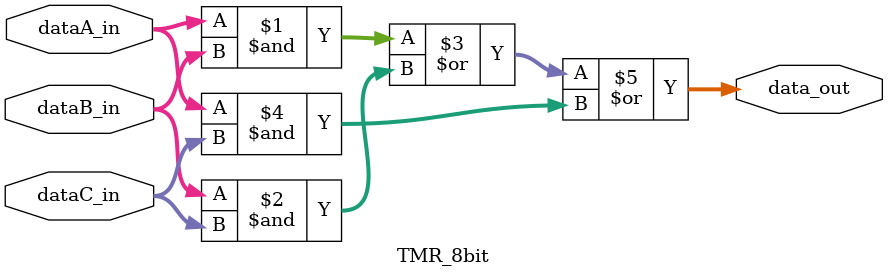
<source format=v>
`timescale 1ns/100ps
`include "NFC.v"

// module NFC_TMR(clk, rst, done, F_IO_A, F_CLE_A, F_ALE_A, F_REN_A, F_WEN_A, F_RB_A, F_IO_B, F_CLE_B, F_ALE_B, F_REN_B, F_WEN_B, F_RB_B, KEY, A_ERROR_CTRL, B_ERROR_CTRL, C_ERROR_CTRL, TMR_ERROR);
module NFC_TMR(clk, rst, done, F_IO_A_IN, F_IO_A_OUT, F_CLE_A, F_ALE_A, F_REN_A, F_WEN_A, F_RB_A, F_IO_B_IN, F_IO_B_OUT, F_CLE_B, F_ALE_B, F_REN_B, F_WEN_B, F_RB_B, KEY);

    /*===============NFC_TMR IO===============*/
    // input A_ERROR_CTRL,B_ERROR_CTRL,C_ERROR_CTRL;
    // output TMR_ERROR;


    /*===============original_NFC IO===============*/
    input clk;
    input rst;
    output done;

    //inout [7:0] F_IO_A;
    input [7:0] F_IO_A_IN;
    output [7:0] F_IO_A_OUT;
    output F_CLE_A;
    output F_ALE_A;
    output F_REN_A;
    output F_WEN_A;
    input F_RB_A;

    //inout [7:0] F_IO_B;
    input [7:0] F_IO_B_IN;
    output [7:0] F_IO_B_OUT;
    output F_CLE_B;
    output F_ALE_B;
    output F_REN_B;
    output F_WEN_B;
    input F_RB_B;

    wire F_IO_A_READING;
    wire F_IO_B_READING;

    input [3:0] KEY;

    /*===============original_NFC_copy_A IO===============*/
    wire OA_done;

    wire [7:0] OA_F_IO_A_IN;
    wire [7:0] OA_F_IO_A_OUT;
    wire OA_F_CLE_A;
    wire OA_F_ALE_A;
    wire OA_F_REN_A;
    wire OA_F_WEN_A;

    wire [7:0] OA_F_IO_B_IN;
    wire [7:0] OA_F_IO_B_OUT;
    wire OA_F_CLE_B;
    wire OA_F_ALE_B;
    wire OA_F_REN_B;
    wire OA_F_WEN_B;

    wire OA_F_IO_A_READING;
    wire OA_F_IO_B_READING;

    /*===============original_NFC_copy_B IO===============*/
    wire OB_done;

    wire [7:0] OB_F_IO_A_IN;
    wire [7:0] OB_F_IO_A_OUT;
    wire OB_F_CLE_A;
    wire OB_F_ALE_A;
    wire OB_F_REN_A;
    wire OB_F_WEN_A;

    wire [7:0] OB_F_IO_B_IN;
    wire [7:0] OB_F_IO_B_OUT;
    wire OB_F_CLE_B;
    wire OB_F_ALE_B;
    wire OB_F_REN_B;
    wire OB_F_WEN_B;

    wire OB_F_IO_A_READING;
    wire OB_F_IO_B_READING;

    /*===============original_NFC_copy_C IO===============*/
    wire OC_done;

    wire [7:0] OC_F_IO_A_IN;
    wire [7:0] OC_F_IO_A_OUT;
    wire OC_F_CLE_A;
    wire OC_F_ALE_A;
    wire OC_F_REN_A;
    wire OC_F_WEN_A;

    wire [7:0] OC_F_IO_B_IN;
    wire [7:0] OC_F_IO_B_OUT;
    wire OC_F_CLE_B;
    wire OC_F_ALE_B;
    wire OC_F_REN_B;
    wire OC_F_WEN_B;

    wire OC_F_IO_A_READING;
    wire OC_F_IO_B_READING;

    /*===============Inout data flow===============*/
    assign OA_F_IO_A_IN=F_IO_A_IN;
    assign OA_F_IO_B_IN=F_IO_B_IN;

    assign OB_F_IO_A_IN=F_IO_A_IN;
    assign OB_F_IO_B_IN=F_IO_B_IN;

    assign OC_F_IO_A_IN=F_IO_A_IN;
    assign OC_F_IO_B_IN=F_IO_B_IN;

    assign F_IO_A_IN=F_IO_A;
    assign F_IO_B_IN=F_IO_B;
    assign F_IO_A=(F_IO_A_READING)? 8'hzz:F_IO_A_OUT;
    assign F_IO_B=(F_IO_B_READING)? 8'hzz:F_IO_B_OUT;


    /*===============NFC_TMR IO connection===============*/
    NFC OriNFC_A(clk, rst, OA_done, OA_F_IO_A_IN, OA_F_IO_A_OUT, OA_F_CLE_A, OA_F_ALE_A, OA_F_REN_A, OA_F_WEN_A, F_RB_A, OA_F_IO_B_IN, OA_F_IO_B_OUT, OA_F_CLE_B, OA_F_ALE_B, OA_F_REN_B, OA_F_WEN_B, F_RB_B, OA_F_IO_A_READING, OA_F_IO_B_READING ,KEY);
    NFC OriNFC_B(clk, rst, OB_done, OB_F_IO_A_IN, OB_F_IO_A_OUT, OB_F_CLE_A, OB_F_ALE_A, OB_F_REN_A, OB_F_WEN_A, F_RB_A, OB_F_IO_B_IN, OB_F_IO_B_OUT, OB_F_CLE_B, OB_F_ALE_B, OB_F_REN_B, OB_F_WEN_B, F_RB_B, OB_F_IO_A_READING, OB_F_IO_B_READING ,KEY);
    NFC OriNFC_C(clk, rst, OC_done, OC_F_IO_A_IN, OC_F_IO_A_OUT, OC_F_CLE_A, OC_F_ALE_A, OC_F_REN_A, OC_F_WEN_A, F_RB_A, OC_F_IO_B_IN, OC_F_IO_B_OUT, OC_F_CLE_B, OC_F_ALE_B, OC_F_REN_B, OC_F_WEN_B, F_RB_B, OC_F_IO_A_READING, OC_F_IO_B_READING ,KEY);

    // TMR_Simplex_1bit TMR_done(_done,TMR_ERROR_0,OA_done,OB_done,OC_done,A_ERROR_CTRL,B_ERROR_CTRL,C_ERROR_CTRL,clk,rst);
    // TMR_Simplex_8bit TMR_F_IO_A_OUT(F_IO_A_OUT,TMR_ERROR_1,OA_F_IO_A_OUT,OB_F_IO_A_OUT,OC_F_IO_A_OUT,A_ERROR_CTRL,B_ERROR_CTRL,C_ERROR_CTRL,clk,rst);
    // TMR_Simplex_1bit TMR_F_CLE_A(F_CLE_A,TMR_ERROR_2,OA_F_CLE_A,OB_F_CLE_A,OC_F_CLE_A,A_ERROR_CTRL,B_ERROR_CTRL,C_ERROR_CTRL,clk,rst);
    // TMR_Simplex_1bit TMR_F_ALE_A(F_ALE_A,TMR_ERROR_3,OA_F_ALE_A,OB_F_ALE_A,OC_F_ALE_A,A_ERROR_CTRL,B_ERROR_CTRL,C_ERROR_CTRL,clk,rst);
    // TMR_Simplex_1bit TMR_F_REN_A(F_REN_A,TMR_ERROR_4,OA_F_REN_A,OB_F_REN_A,OC_F_REN_A,A_ERROR_CTRL,B_ERROR_CTRL,C_ERROR_CTRL,clk,rst);
    // TMR_Simplex_1bit TMR_F_WEN_A(F_WEN_A,TMR_ERROR_5,OA_F_WEN_A,OB_F_WEN_A,OC_F_WEN_A,A_ERROR_CTRL,B_ERROR_CTRL,C_ERROR_CTRL,clk,rst);
    // TMR_Simplex_8bit TMR_F_IO_B_OUT(F_IO_B_OUT,TMR_ERROR_6,OA_F_IO_B_OUT,OB_F_IO_B_OUT,OC_F_IO_B_OUT,A_ERROR_CTRL,B_ERROR_CTRL,C_ERROR_CTRL,F_WEN_B,rst);
    // TMR_Simplex_1bit TMR_F_CLE_B(F_CLE_B,TMR_ERROR_7,OA_F_CLE_B,OB_F_CLE_B,OC_F_CLE_B,A_ERROR_CTRL,B_ERROR_CTRL,C_ERROR_CTRL,clk,rst);
    // TMR_Simplex_1bit TMR_F_ALE_B(F_ALE_B,TMR_ERROR_8,OA_F_ALE_B,OB_F_ALE_B,OC_F_ALE_B,A_ERROR_CTRL,B_ERROR_CTRL,C_ERROR_CTRL,clk,rst);
    // TMR_Simplex_1bit TMR_F_REN_B(F_REN_B,TMR_ERROR_9,OA_F_REN_B,OB_F_REN_B,OC_F_REN_B,A_ERROR_CTRL,B_ERROR_CTRL,C_ERROR_CTRL,clk,rst);
    // TMR_Simplex_1bit TMR_F_WEN_B(F_WEN_B,TMR_ERROR_10,OA_F_WEN_B,OB_F_WEN_B,OC_F_WEN_B,A_ERROR_CTRL,B_ERROR_CTRL,C_ERROR_CTRL,clk,rst);
    // TMR_Simplex_1bit TMR_F_IO_A_READING(F_IO_A_READING,TMR_ERROR_11,OA_F_IO_A_READING,OB_F_IO_A_READING,OC_F_IO_A_READING,A_ERROR_CTRL,B_ERROR_CTRL,C_ERROR_CTRL,clk,rst);
    // TMR_Simplex_1bit TMR_F_IO_B_READING(F_IO_B_READING,TMR_ERROR_12,OA_F_IO_B_READING,OB_F_IO_B_READING,OC_F_IO_B_READING,A_ERROR_CTRL,B_ERROR_CTRL,C_ERROR_CTRL,clk,rst);

    TMR_1bit TMR_done(done,OA_done,OB_done,OC_done);
    TMR_8bit TMR_F_IO_A_OUT(F_IO_A_OUT,OA_F_IO_A_OUT,OB_F_IO_A_OUT,OC_F_IO_A_OUT);
    TMR_1bit TMR_F_CLE_A(F_CLE_A,OA_F_CLE_A,OB_F_CLE_A,OC_F_CLE_A);
    TMR_1bit TMR_F_ALE_A(F_ALE_A,OA_F_ALE_A,OB_F_ALE_A,OC_F_ALE_A);
    TMR_1bit TMR_F_REN_A(F_REN_A,OA_F_REN_A,OB_F_REN_A,OC_F_REN_A);
    TMR_1bit TMR_F_WEN_A(F_WEN_A,OA_F_WEN_A,OB_F_WEN_A,OC_F_WEN_A);
    TMR_8bit TMR_F_IO_B_OUT(F_IO_B_OUT,OA_F_IO_B_OUT,OB_F_IO_B_OUT,OC_F_IO_B_OUT);
    TMR_1bit TMR_F_CLE_B(F_CLE_B,OA_F_CLE_B,OB_F_CLE_B,OC_F_CLE_B);
    TMR_1bit TMR_F_ALE_B(F_ALE_B,OA_F_ALE_B,OB_F_ALE_B,OC_F_ALE_B);
    TMR_1bit TMR_F_REN_B(F_REN_B,OA_F_REN_B,OB_F_REN_B,OC_F_REN_B);
    TMR_1bit TMR_F_WEN_B(F_WEN_B,OA_F_WEN_B,OB_F_WEN_B,OC_F_WEN_B);
    TMR_1bit TMR_F_IO_A_READING(F_IO_A_READING,OA_F_IO_A_READING,OB_F_IO_A_READING,OC_F_IO_A_READING);
    TMR_1bit TMR_F_IO_B_READING(F_IO_B_READING,OA_F_IO_B_READING,OB_F_IO_B_READING,OC_F_IO_B_READING);
endmodule

module TMR_1bit(data_out,dataA_in,dataB_in,dataC_in);
    input dataA_in,dataB_in,dataC_in;
    output data_out;

    assign data_out=(dataA_in&dataB_in)|(dataB_in&dataC_in)|(dataA_in&dataC_in);
endmodule

module TMR_8bit(data_out,dataA_in,dataB_in,dataC_in);
    input [7:0] dataA_in,dataB_in,dataC_in;
    output [7:0] data_out;

    assign data_out=(dataA_in&dataB_in)|(dataB_in&dataC_in)|(dataA_in&dataC_in);
endmodule

// module TMR_Simplex_8bit(data_out,TMR_error,dataA_in,dataB_in,dataC_in,A_error_ctrl,B_error_ctrl,C_error_ctrl,clk,reset);

//     input [7:0]dataA_in,dataB_in,dataC_in;
//     input A_error_ctrl,B_error_ctrl,C_error_ctrl;
//     input clk,reset;

//     output [7:0]data_out;
//     output reg TMR_error;

//     wire [7:0]_A,_B,_C;

//     reg A_fault,B_fault,C_fault;
//     wire simplex_mode;

//     assign _A=(A_error_ctrl)? ~dataA_in : dataA_in;
//     assign _B=(B_error_ctrl)? ~dataB_in : dataB_in;
//     assign _C=(C_error_ctrl)? ~dataC_in : dataC_in;

//     assign simplex_mode=A_fault|B_fault|C_fault;

//     assign data_out=(_A&_B)|(_B&_C)|(_A&_C);

//     always@(posedge clk or posedge reset) begin
//         if(reset) begin
//             A_fault   <= 1'b0;
//             B_fault   <= 1'b0;
//             C_fault   <= 1'b0;
//             TMR_error <= 1'b0;
//         end
//         else begin
//             A_fault   <= ((_A!=_B)&&(_A != _C)) ? 1'b1 : A_fault;
//             B_fault   <= ((_A!=_B)&&(_B != _C)) ? 1'b1 : B_fault;
//             C_fault   <= ((_C!=_B)&&(_A != _C)) ? 1'b1 : C_fault;
//             TMR_error <= A_fault&(_B!=_C)|B_fault&(_A!=_C)|C_fault&(_A!=_B);
//         end
//     end
// endmodule

// module TMR_Simplex_1bit(data_out,TMR_error,dataA_in,dataB_in,dataC_in,A_error_ctrl,B_error_ctrl,C_error_ctrl,clk,reset);

//     input dataA_in,dataB_in,dataC_in;
//     input A_error_ctrl,B_error_ctrl,C_error_ctrl;
//     input clk,reset;

//     output data_out;
//     output reg TMR_error;

//     wire _A,_B,_C;

//     reg A_fault,B_fault,C_fault;
//     wire simplex_mode;

//     assign _A=(A_error_ctrl)? ~dataA_in : dataA_in;
//     assign _B=(B_error_ctrl)? ~dataB_in : dataB_in;
//     assign _C=(C_error_ctrl)? ~dataC_in : dataC_in;

//     assign simplex_mode=A_fault|B_fault|C_fault;

//     assign data_out=(_A&_B)|(_B&_C)|(_A&_C);

//     always@(posedge clk or posedge reset) begin
//         if(reset) begin
//             A_fault   <= 1'b0;
//             B_fault   <= 1'b0;
//             C_fault   <= 1'b0;
//             TMR_error <= 1'b0;
//         end
//         else begin
//             A_fault   <= ((_A!=_B)&&(_A != _C)) ? 1'b1 : A_fault;
//             B_fault   <= ((_A!=_B)&&(_B != _C)) ? 1'b1 : B_fault;
//             C_fault   <= ((_C!=_B)&&(_A != _C)) ? 1'b1 : C_fault;
//             TMR_error <= A_fault&(_B!=_C)|B_fault&(_A!=_C)|C_fault&(_A!=_B);
//         end
//     end
// endmodule

</source>
